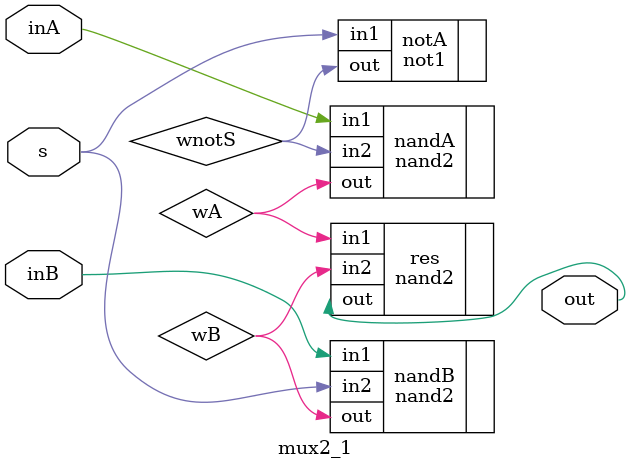
<source format=v>
/*
    CS/ECE 552 Spring '22
    Homework #1, Problem 1

    2-1 mux template
*/
module mux2_1(out, inA, inB, s);
    output  out;
    input   inA, inB;
    input   s;
    wire    wA, wnotS, wB;

    // YOUR CODE HERE
    not1 notA (.out(wnotS), .in1(s));
    nand2 nandA (.out(wA), .in1(inA), .in2(wnotS));
    nand2 nandB (.out(wB), .in1(inB), .in2(s));
    nand2 res (.out(out), .in1(wA), .in2(wB));

endmodule

</source>
